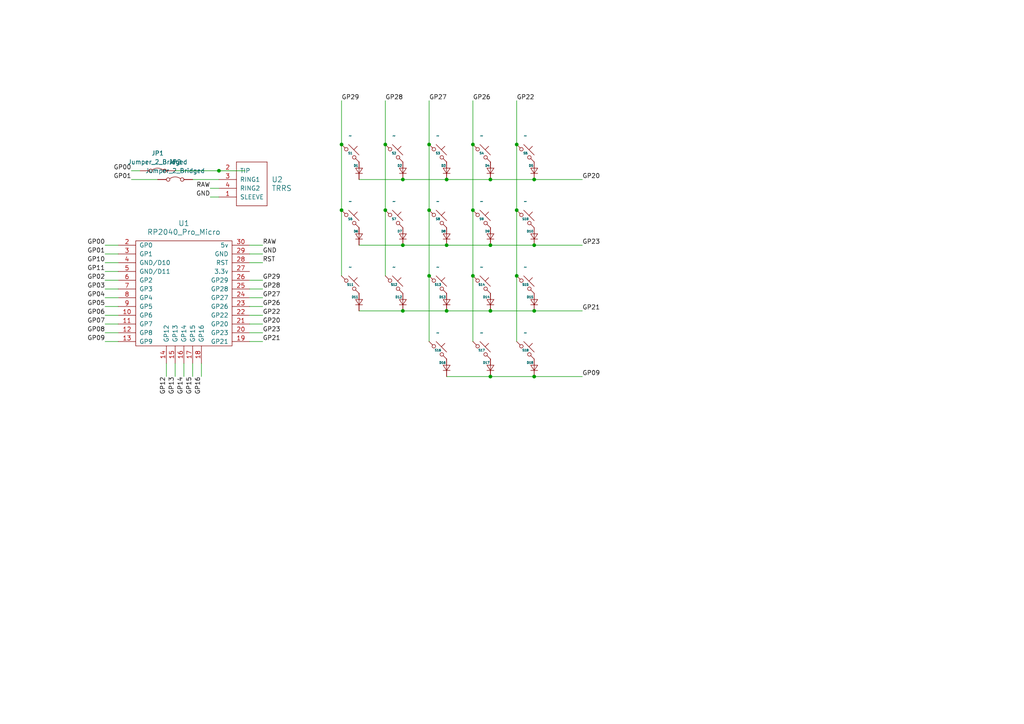
<source format=kicad_sch>
(kicad_sch (version 20250114) (generator "eeschema") (generator_version "9.0")
  (paper "A4")
  (lib_symbols
    (symbol "Jumper:Jumper_2_Bridged" (pin_numbers (hide yes)) (pin_names (offset 0) (hide yes))
      (property "Reference" "JP" (at 0 1.905 0))
      (property "Value" "Jumper_2_Bridged" (at 0 -2.54 0))
      (symbol "Jumper_2_Bridged_0_0"
        (circle (center -2.032 0) (radius 0.508))
        (circle (center 2.032 0) (radius 0.508))
      )
      (symbol "Jumper_2_Bridged_0_1"
        (arc (start -1.524 0.254) (mid 0 0.762) (end 1.524 0.254))
      )
      (symbol "Jumper_2_Bridged_1_1"
        (pin passive line (at -5.08 0 0) (length 2.54) (name "A") (number "1"))
        (pin passive line (at 5.08 0 180) (length 2.54) (name "B") (number "2"))
      )
    )
    (symbol "ScottoKeebs:MCU_RP2040_Pro_Micro" (pin_names (offset 1.016))
      (property "Reference" "U" (at 0 0 0))
      (property "Value" "RP2040_Pro_Micro" (at 0 -27.686 0))
      (symbol "MCU_RP2040_Pro_Micro_0_1"
        (rectangle (start -13.97 13.97) (end 13.97 -16.51))
      )
      (symbol "MCU_RP2040_Pro_Micro_1_1"
        (pin input line (at -19.05 12.7 0) (length 5.08) (name "GP0") (number "2"))
        (pin input line (at -19.05 10.16 0) (length 5.08) (name "GP1") (number "3"))
        (pin input line (at -19.05 7.62 0) (length 5.08) (name "GND/D10") (number "4"))
        (pin input line (at -19.05 5.08 0) (length 5.08) (name "GND/D11") (number "5"))
        (pin input line (at -19.05 2.54 0) (length 5.08) (name "GP2") (number "6"))
        (pin input line (at -19.05 0 0) (length 5.08) (name "GP3") (number "7"))
        (pin input line (at -19.05 -2.54 0) (length 5.08) (name "GP4") (number "8"))
        (pin input line (at -19.05 -5.08 0) (length 5.08) (name "GP5") (number "9"))
        (pin input line (at -19.05 -7.62 0) (length 5.08) (name "GP6") (number "10"))
        (pin input line (at -19.05 -10.16 0) (length 5.08) (name "GP7") (number "11"))
        (pin input line (at -19.05 -12.7 0) (length 5.08) (name "GP8") (number "12"))
        (pin input line (at -19.05 -15.24 0) (length 5.08) (name "GP9") (number "13"))
        (pin input line (at -5.08 -21.59 90) (length 5.08) (name "GP12") (number "14"))
        (pin input line (at -2.54 -21.59 90) (length 5.08) (name "GP13") (number "15"))
        (pin input line (at 0 -21.59 90) (length 5.08) (name "GP14") (number "16"))
        (pin input line (at 2.54 -21.59 90) (length 5.08) (name "GP15") (number "17"))
        (pin input line (at 5.08 -21.59 90) (length 5.08) (name "GP16") (number "18"))
        (pin input line (at 19.05 12.7 180) (length 5.08) (name "5v") (number "30"))
        (pin input line (at 19.05 10.16 180) (length 5.08) (name "GND") (number "29"))
        (pin input line (at 19.05 7.62 180) (length 5.08) (name "RST") (number "28"))
        (pin input line (at 19.05 5.08 180) (length 5.08) (name "3.3v") (number "27"))
        (pin input line (at 19.05 2.54 180) (length 5.08) (name "GP29") (number "26"))
        (pin input line (at 19.05 0 180) (length 5.08) (name "GP28") (number "25"))
        (pin input line (at 19.05 -2.54 180) (length 5.08) (name "GP27") (number "24"))
        (pin input line (at 19.05 -5.08 180) (length 5.08) (name "GP26") (number "23"))
        (pin input line (at 19.05 -7.62 180) (length 5.08) (name "GP22") (number "22"))
        (pin input line (at 19.05 -10.16 180) (length 5.08) (name "GP20") (number "21"))
        (pin input line (at 19.05 -12.7 180) (length 5.08) (name "GP23") (number "20"))
        (pin input line (at 19.05 -15.24 180) (length 5.08) (name "GP21") (number "19"))
      )
    )
    (symbol "ScottoKeebs:Placeholder_Diode" (pin_numbers (hide yes)) (pin_names (hide yes))
      (property "Reference" "D" (at -0.15 1.066 0))
      (symbol "Placeholder_Diode_0_1"
        (polyline (pts (xy 0 -0.762) (xy 0 0.762)))
      )
      (symbol "Placeholder_Diode_1_1"
        (polyline (pts (xy 1.016 0.762) (xy 0 -0.762) (xy -1.016 0.762) (xy 1.016 0.762)) (stroke (width 0.1524)))
        (polyline (pts (xy 1.016 -0.762) (xy -1.016 -0.762)) (stroke (width 0.1524)))
        (pin passive line (at 0 2.54 270) (length 1.778) (name "A") (number "2"))
        (pin passive line (at 0 -2.54 90) (length 1.778) (name "K") (number "1"))
      )
    )
    (symbol "ScottoKeebs:Placeholder_Keyswitch" (pin_numbers (hide yes)) (pin_names (offset 1.016) (hide yes))
      (property "Reference" "S" (at 0 0 0))
      (symbol "Placeholder_Keyswitch_0_1"
        (polyline (pts (xy -2.54 2.54) (xy -1.524 1.524) (xy -1.524 1.524)))
        (circle (center -1.1684 1.1684) (radius 0.508))
        (polyline (pts (xy -0.508 2.54) (xy 2.54 -0.508)))
        (polyline (pts (xy 1.016 1.016) (xy 2.032 2.032)))
        (circle (center 1.143 -1.1938) (radius 0.508))
        (polyline (pts (xy 1.524 -1.524) (xy 2.54 -2.54) (xy 2.54 -2.54) (xy 2.54 -2.54)))
        (pin passive line (at -2.54 2.54 0) (length 0) (name "1") (number "1"))
        (pin passive line (at 2.54 -2.54 180) (length 0) (name "2") (number "2"))
      )
    )
    (symbol "ScottoKeebs:Placeholder_TRRS" (pin_names (offset 1.016))
      (property "Reference" "U" (at 0 15.24 0))
      (property "Value" "TRRS" (at 0 -2.54 0))
      (symbol "Placeholder_TRRS_0_1"
        (rectangle (start -3.81 12.7) (end 5.08 12.7))
        (rectangle (start -3.81 0) (end -3.81 12.7))
        (rectangle (start -3.81 0) (end 5.08 0))
        (rectangle (start 5.08 12.7) (end 5.08 0))
      )
      (symbol "Placeholder_TRRS_1_1"
        (pin input line (at -8.89 10.16 0) (length 5.08) (name "TIP") (number "2"))
        (pin input line (at -8.89 7.62 0) (length 5.08) (name "RING1") (number "3"))
        (pin input line (at -8.89 5.08 0) (length 5.08) (name "RING2") (number "4"))
        (pin input line (at -8.89 2.54 0) (length 5.08) (name "SLEEVE") (number "1"))
      )
    )
  )
  (junction (at 137.16 60.96))
  (junction (at 116.84 52.07))
  (junction (at 116.84 71.12))
  (junction (at 99.06 41.91))
  (junction (at 142.24 71.12))
  (junction (at 124.46 41.91))
  (junction (at 142.24 109.22))
  (junction (at 137.16 80.01))
  (junction (at 142.24 52.07))
  (junction (at 116.84 90.17))
  (junction (at 129.54 71.12))
  (junction (at 129.54 90.17))
  (junction (at 129.54 52.07))
  (junction (at 63.5 49.53))
  (junction (at 149.86 41.91))
  (junction (at 154.94 109.22))
  (junction (at 99.06 60.96))
  (junction (at 154.94 71.12))
  (junction (at 142.24 90.17))
  (junction (at 124.46 80.01))
  (junction (at 149.86 60.96))
  (junction (at 111.76 60.96))
  (junction (at 124.46 60.96))
  (junction (at 137.16 41.91))
  (junction (at 154.94 52.07))
  (junction (at 149.86 80.01))
  (junction (at 154.94 90.17))
  (junction (at 111.76 41.91))
  (wire (pts (xy 72.39 86.36) (xy 76.2 86.36)))
  (wire (pts (xy 154.94 90.17) (xy 168.91 90.17)))
  (wire (pts (xy 124.46 29.21) (xy 124.46 41.91)))
  (wire (pts (xy 137.16 60.96) (xy 137.16 80.01)))
  (wire (pts (xy 129.54 90.17) (xy 142.24 90.17)))
  (wire (pts (xy 129.54 52.07) (xy 142.24 52.07)))
  (wire (pts (xy 124.46 41.91) (xy 124.46 60.96)))
  (wire (pts (xy 104.14 71.12) (xy 116.84 71.12)))
  (wire (pts (xy 34.29 91.44) (xy 30.48 91.44)))
  (wire (pts (xy 129.54 71.12) (xy 142.24 71.12)))
  (wire (pts (xy 34.29 88.9) (xy 30.48 88.9)))
  (wire (pts (xy 137.16 41.91) (xy 137.16 60.96)))
  (wire (pts (xy 34.29 76.2) (xy 30.48 76.2)))
  (wire (pts (xy 72.39 81.28) (xy 76.2 81.28)))
  (wire (pts (xy 137.16 80.01) (xy 137.16 99.06)))
  (wire (pts (xy 124.46 80.01) (xy 124.46 99.06)))
  (wire (pts (xy 34.29 86.36) (xy 30.48 86.36)))
  (wire (pts (xy 149.86 29.21) (xy 149.86 41.91)))
  (wire (pts (xy 142.24 109.22) (xy 154.94 109.22)))
  (wire (pts (xy 53.34 105.41) (xy 53.34 109.22)))
  (wire (pts (xy 63.5 49.53) (xy 71.12 49.53)))
  (wire (pts (xy 137.16 29.21) (xy 137.16 41.91)))
  (wire (pts (xy 38.1 49.53) (xy 40.64 49.53)))
  (wire (pts (xy 72.39 96.52) (xy 76.2 96.52)))
  (wire (pts (xy 34.29 83.82) (xy 30.48 83.82)))
  (wire (pts (xy 124.46 60.96) (xy 124.46 80.01)))
  (wire (pts (xy 129.54 109.22) (xy 142.24 109.22)))
  (wire (pts (xy 142.24 90.17) (xy 154.94 90.17)))
  (wire (pts (xy 76.2 71.12) (xy 72.39 71.12)))
  (wire (pts (xy 72.39 91.44) (xy 76.2 91.44)))
  (wire (pts (xy 149.86 60.96) (xy 149.86 80.01)))
  (wire (pts (xy 149.86 80.01) (xy 149.86 99.06)))
  (wire (pts (xy 50.8 105.41) (xy 50.8 109.22)))
  (wire (pts (xy 72.39 76.2) (xy 76.2 76.2)))
  (wire (pts (xy 34.29 99.06) (xy 30.48 99.06)))
  (wire (pts (xy 142.24 52.07) (xy 154.94 52.07)))
  (wire (pts (xy 55.88 105.41) (xy 55.88 109.22)))
  (wire (pts (xy 60.96 57.15) (xy 63.5 57.15)))
  (wire (pts (xy 149.86 41.91) (xy 149.86 60.96)))
  (wire (pts (xy 58.42 105.41) (xy 58.42 109.22)))
  (wire (pts (xy 154.94 109.22) (xy 168.91 109.22)))
  (wire (pts (xy 34.29 96.52) (xy 30.48 96.52)))
  (wire (pts (xy 34.29 71.12) (xy 30.48 71.12)))
  (wire (pts (xy 99.06 29.21) (xy 99.06 41.91)))
  (wire (pts (xy 34.29 93.98) (xy 30.48 93.98)))
  (wire (pts (xy 116.84 71.12) (xy 129.54 71.12)))
  (wire (pts (xy 142.24 71.12) (xy 154.94 71.12)))
  (wire (pts (xy 111.76 60.96) (xy 111.76 80.01)))
  (wire (pts (xy 34.29 73.66) (xy 30.48 73.66)))
  (wire (pts (xy 104.14 90.17) (xy 116.84 90.17)))
  (wire (pts (xy 116.84 52.07) (xy 129.54 52.07)))
  (wire (pts (xy 34.29 78.74) (xy 30.48 78.74)))
  (wire (pts (xy 72.39 99.06) (xy 76.2 99.06)))
  (wire (pts (xy 38.1 52.07) (xy 45.72 52.07)))
  (wire (pts (xy 111.76 41.91) (xy 111.76 60.96)))
  (wire (pts (xy 99.06 60.96) (xy 99.06 80.01)))
  (wire (pts (xy 154.94 52.07) (xy 168.91 52.07)))
  (wire (pts (xy 72.39 83.82) (xy 76.2 83.82)))
  (wire (pts (xy 116.84 90.17) (xy 129.54 90.17)))
  (wire (pts (xy 55.88 52.07) (xy 63.5 52.07)))
  (wire (pts (xy 104.14 52.07) (xy 116.84 52.07)))
  (wire (pts (xy 111.76 29.21) (xy 111.76 41.91)))
  (wire (pts (xy 48.26 105.41) (xy 48.26 109.22)))
  (wire (pts (xy 60.96 54.61) (xy 63.5 54.61)))
  (wire (pts (xy 72.39 88.9) (xy 76.2 88.9)))
  (wire (pts (xy 154.94 71.12) (xy 168.91 71.12)))
  (wire (pts (xy 50.8 49.53) (xy 63.5 49.53)))
  (wire (pts (xy 99.06 41.91) (xy 99.06 60.96)))
  (wire (pts (xy 72.39 73.66) (xy 76.2 73.66)))
  (wire (pts (xy 34.29 81.28) (xy 30.48 81.28)))
  (wire (pts (xy 72.39 93.98) (xy 76.2 93.98)))
  (label "GP14" (at 53.34 109.22 270))
  (label "GND" (at 76.2 73.66 0))
  (label "GP20" (at 76.2 93.98 0))
  (label "RAW" (at 76.2 71.12 0))
  (label "GP28" (at 111.76 29.21 0))
  (label "GP26" (at 76.2 88.9 0))
  (label "GP13" (at 50.8 109.22 270))
  (label "GP29" (at 76.2 81.28 0))
  (label "GP03" (at 30.48 83.82 180))
  (label "GP21" (at 76.2 99.06 0))
  (label "GP10" (at 30.48 76.2 180))
  (label "GP09" (at 30.48 99.06 180))
  (label "GND" (at 60.96 57.15 180))
  (label "GP05" (at 30.48 88.9 180))
  (label "RST" (at 76.2 76.2 0))
  (label "GP07" (at 30.48 93.98 180))
  (label "GP09" (at 168.91 109.22 0))
  (label "GP15" (at 55.88 109.22 270))
  (label "GP27" (at 124.46 29.21 0))
  (label "GP21" (at 168.91 90.17 0))
  (label "GP26" (at 137.16 29.21 0))
  (label "GP00" (at 38.1 49.53 180))
  (label "GP01" (at 30.48 73.66 180))
  (label "GP11" (at 30.48 78.74 180))
  (label "GP27" (at 76.2 86.36 0))
  (label "GP12" (at 48.26 109.22 270))
  (label "GP20" (at 168.91 52.07 0))
  (label "GP08" (at 30.48 96.52 180))
  (label "GP23" (at 168.91 71.12 0))
  (label "RAW" (at 60.96 54.61 180))
  (label "GP00" (at 30.48 71.12 180))
  (label "GP02" (at 30.48 81.28 180))
  (label "GP29" (at 99.06 29.21 0))
  (label "GP06" (at 30.48 91.44 180))
  (label "GP23" (at 76.2 96.52 0))
  (label "GP22" (at 149.86 29.21 0))
  (label "GP16" (at 58.42 109.22 270))
  (label "GP28" (at 76.2 83.82 0))
  (label "GP04" (at 30.48 86.36 180))
  (label "GP22" (at 76.2 91.44 0))
  (label "GP01" (at 38.1 52.07 180))
  (symbol (lib_id "Jumper:Jumper_2_Bridged") (at 50.8 52.07 0) (unit 1)
    (property "Reference" "JP2" (at 50.8 46.99 0))
    (property "Value" "Jumper_2_Bridged" (at 50.8 49.53 0))
    (property "Footprint" "Jumper:SolderJumper-2_P1.3mm_Bridged_Pad1.0x1.5mm" (effects (hide yes)))
    (property "Description" "Jumper, 2-pole, closed/bridged" (effects (hide yes)))
  )
  (symbol (lib_id "ScottoKeebs:Placeholder_Diode") (at 116.84 49.53 0) (unit 1)
    (property "Reference" "D2" (at 116.69 48.464 0) (effects (font (size 0.635 0.635) (thickness 0.127) (bold yes)) (justify right bottom)))
    (property "Footprint" "ScottoKeebs_Components:Diode_DO-35" (effects (hide yes)))
  )
  (symbol (lib_id "ScottoKeebs:Placeholder_Keyswitch") (at 127 44.45 0) (unit 1)
    (property "Reference" "S3" (at 127 44.45 0) (effects (font (size 0.635 0.635) (thickness 0.127) (bold yes))))
    (property "Value" "~" (at 127 39.37 0))
    (property "Footprint" "ScottoKeebs_Scotto:Choc_Hotswap_1.00u" (effects (hide yes)))
  )
  (symbol (lib_id "ScottoKeebs:Placeholder_Keyswitch") (at 127 82.55 0) (unit 1)
    (property "Reference" "S13" (at 127 82.55 0) (effects (font (size 0.635 0.635) (thickness 0.127) (bold yes))))
    (property "Value" "~" (at 127 77.47 0))
    (property "Footprint" "ScottoKeebs_Scotto:Choc_Hotswap_1.00u" (effects (hide yes)))
  )
  (symbol (lib_id "ScottoKeebs:Placeholder_Keyswitch") (at 139.7 101.6 0) (unit 1)
    (property "Reference" "S17" (at 139.7 101.6 0) (effects (font (size 0.635 0.635) (thickness 0.127) (bold yes))))
    (property "Value" "~" (at 139.7 96.52 0))
    (property "Footprint" "ScottoKeebs_Scotto:Choc_Hotswap_1.00u" (effects (hide yes)))
  )
  (symbol (lib_id "ScottoKeebs:Placeholder_Diode") (at 142.24 87.63 0) (unit 1)
    (property "Reference" "D14" (at 142.09 86.564 0) (effects (font (size 0.635 0.635) (thickness 0.127) (bold yes)) (justify right bottom)))
    (property "Footprint" "ScottoKeebs_Components:Diode_DO-35" (effects (hide yes)))
  )
  (symbol (lib_id "ScottoKeebs:Placeholder_Diode") (at 129.54 106.68 0) (unit 1)
    (property "Reference" "D16" (at 129.39 105.614 0) (effects (font (size 0.635 0.635) (thickness 0.127) (bold yes)) (justify right bottom)))
    (property "Footprint" "ScottoKeebs_Components:Diode_DO-35" (effects (hide yes)))
  )
  (symbol (lib_id "ScottoKeebs:Placeholder_Diode") (at 104.14 68.58 0) (unit 1)
    (property "Reference" "D6" (at 103.99 67.514 0) (effects (font (size 0.635 0.635) (thickness 0.127) (bold yes)) (justify right bottom)))
    (property "Footprint" "ScottoKeebs_Components:Diode_DO-35" (effects (hide yes)))
  )
  (symbol (lib_id "ScottoKeebs:Placeholder_Keyswitch") (at 114.3 63.5 0) (unit 1)
    (property "Reference" "S7" (at 114.3 63.5 0) (effects (font (size 0.635 0.635) (thickness 0.127) (bold yes))))
    (property "Value" "~" (at 114.3 58.42 0))
    (property "Footprint" "ScottoKeebs_Scotto:Choc_Hotswap_1.00u" (effects (hide yes)))
  )
  (symbol (lib_id "ScottoKeebs:MCU_RP2040_Pro_Micro") (at 53.34 83.82 0) (unit 1)
    (property "Reference" "U1" (at 53.34 64.77 0) (effects (font (size 1.524 1.524))))
    (property "Value" "RP2040_Pro_Micro" (at 53.34 67.31 0) (effects (font (size 1.524 1.524))))
    (property "Footprint" "ScottoKeebs_MCU:RP2040_Pro_Micro" (effects (hide yes)))
  )
  (symbol (lib_id "ScottoKeebs:Placeholder_Diode") (at 154.94 49.53 0) (unit 1)
    (property "Reference" "D5" (at 154.79 48.464 0) (effects (font (size 0.635 0.635) (thickness 0.127) (bold yes)) (justify right bottom)))
    (property "Footprint" "ScottoKeebs_Components:Diode_DO-35" (effects (hide yes)))
  )
  (symbol (lib_id "ScottoKeebs:Placeholder_Diode") (at 142.24 49.53 0) (unit 1)
    (property "Reference" "D4" (at 142.09 48.464 0) (effects (font (size 0.635 0.635) (thickness 0.127) (bold yes)) (justify right bottom)))
    (property "Footprint" "ScottoKeebs_Components:Diode_DO-35" (effects (hide yes)))
  )
  (symbol (lib_id "ScottoKeebs:Placeholder_Keyswitch") (at 101.6 63.5 0) (unit 1)
    (property "Reference" "S6" (at 101.6 63.5 0) (effects (font (size 0.635 0.635) (thickness 0.127) (bold yes))))
    (property "Value" "~" (at 101.6 58.42 0))
    (property "Footprint" "ScottoKeebs_Scotto:Choc_Hotswap_1.00u" (effects (hide yes)))
  )
  (symbol (lib_id "ScottoKeebs:Placeholder_Keyswitch") (at 114.3 82.55 0) (unit 1)
    (property "Reference" "S12" (at 114.3 82.55 0) (effects (font (size 0.635 0.635) (thickness 0.127) (bold yes))))
    (property "Value" "~" (at 114.3 77.47 0))
    (property "Footprint" "ScottoKeebs_Scotto:Choc_Hotswap_1.00u" (effects (hide yes)))
  )
  (symbol (lib_id "ScottoKeebs:Placeholder_Diode") (at 129.54 87.63 0) (unit 1)
    (property "Reference" "D13" (at 129.39 86.564 0) (effects (font (size 0.635 0.635) (thickness 0.127) (bold yes)) (justify right bottom)))
    (property "Footprint" "ScottoKeebs_Components:Diode_DO-35" (effects (hide yes)))
  )
  (symbol (lib_id "Jumper:Jumper_2_Bridged") (at 45.72 49.53 0) (unit 1)
    (property "Reference" "JP1" (at 45.72 44.45 0))
    (property "Value" "Jumper_2_Bridged" (at 45.72 46.99 0))
    (property "Footprint" "Jumper:SolderJumper-2_P1.3mm_Bridged_Pad1.0x1.5mm" (effects (hide yes)))
    (property "Description" "Jumper, 2-pole, closed/bridged" (effects (hide yes)))
  )
  (symbol (lib_id "ScottoKeebs:Placeholder_Keyswitch") (at 139.7 44.45 0) (unit 1)
    (property "Reference" "S4" (at 139.7 44.45 0) (effects (font (size 0.635 0.635) (thickness 0.127) (bold yes))))
    (property "Value" "~" (at 139.7 39.37 0))
    (property "Footprint" "ScottoKeebs_Scotto:Choc_Hotswap_1.00u" (effects (hide yes)))
  )
  (symbol (lib_id "ScottoKeebs:Placeholder_Keyswitch") (at 114.3 44.45 0) (unit 1)
    (property "Reference" "S2" (at 114.3 44.45 0) (effects (font (size 0.635 0.635) (thickness 0.127) (bold yes))))
    (property "Value" "~" (at 114.3 39.37 0))
    (property "Footprint" "ScottoKeebs_Scotto:Choc_Hotswap_1.00u" (effects (hide yes)))
  )
  (symbol (lib_id "ScottoKeebs:Placeholder_Diode") (at 116.84 87.63 0) (unit 1)
    (property "Reference" "D12" (at 116.69 86.564 0) (effects (font (size 0.635 0.635) (thickness 0.127) (bold yes)) (justify right bottom)))
    (property "Footprint" "ScottoKeebs_Components:Diode_DO-35" (effects (hide yes)))
  )
  (symbol (lib_id "ScottoKeebs:Placeholder_Diode") (at 129.54 49.53 0) (unit 1)
    (property "Reference" "D3" (at 129.39 48.464 0) (effects (font (size 0.635 0.635) (thickness 0.127) (bold yes)) (justify right bottom)))
    (property "Footprint" "ScottoKeebs_Components:Diode_DO-35" (effects (hide yes)))
  )
  (symbol (lib_id "ScottoKeebs:Placeholder_Keyswitch") (at 127 63.5 0) (unit 1)
    (property "Reference" "S8" (at 127 63.5 0) (effects (font (size 0.635 0.635) (thickness 0.127) (bold yes))))
    (property "Value" "~" (at 127 58.42 0))
    (property "Footprint" "ScottoKeebs_Scotto:Choc_Hotswap_1.00u" (effects (hide yes)))
  )
  (symbol (lib_id "ScottoKeebs:Placeholder_Diode") (at 154.94 87.63 0) (unit 1)
    (property "Reference" "D15" (at 154.79 86.564 0) (effects (font (size 0.635 0.635) (thickness 0.127) (bold yes)) (justify right bottom)))
    (property "Footprint" "ScottoKeebs_Components:Diode_DO-35" (effects (hide yes)))
  )
  (symbol (lib_id "ScottoKeebs:Placeholder_Diode") (at 154.94 106.68 0) (unit 1)
    (property "Reference" "D18" (at 154.79 105.614 0) (effects (font (size 0.635 0.635) (thickness 0.127) (bold yes)) (justify right bottom)))
    (property "Footprint" "ScottoKeebs_Components:Diode_DO-35" (effects (hide yes)))
  )
  (symbol (lib_id "ScottoKeebs:Placeholder_Diode") (at 116.84 68.58 0) (unit 1)
    (property "Reference" "D7" (at 116.69 67.514 0) (effects (font (size 0.635 0.635) (thickness 0.127) (bold yes)) (justify right bottom)))
    (property "Footprint" "ScottoKeebs_Components:Diode_DO-35" (effects (hide yes)))
  )
  (symbol (lib_id "ScottoKeebs:Placeholder_Diode") (at 129.54 68.58 0) (unit 1)
    (property "Reference" "D8" (at 129.39 67.514 0) (effects (font (size 0.635 0.635) (thickness 0.127) (bold yes)) (justify right bottom)))
    (property "Footprint" "ScottoKeebs_Components:Diode_DO-35" (effects (hide yes)))
  )
  (symbol (lib_id "ScottoKeebs:Placeholder_Keyswitch") (at 152.4 63.5 0) (unit 1)
    (property "Reference" "S10" (at 152.4 63.5 0) (effects (font (size 0.635 0.635) (thickness 0.127) (bold yes))))
    (property "Value" "~" (at 152.4 58.42 0))
    (property "Footprint" "ScottoKeebs_Scotto:Choc_Hotswap_1.00u" (effects (hide yes)))
  )
  (symbol (lib_id "ScottoKeebs:Placeholder_Keyswitch") (at 152.4 101.6 0) (unit 1)
    (property "Reference" "S18" (at 152.4 101.6 0) (effects (font (size 0.635 0.635) (thickness 0.127) (bold yes))))
    (property "Value" "~" (at 152.4 96.52 0))
    (property "Footprint" "ScottoKeebs_Scotto:Choc_Hotswap_1.00u" (effects (hide yes)))
  )
  (symbol (lib_id "ScottoKeebs:Placeholder_Diode") (at 104.14 87.63 0) (unit 1)
    (property "Reference" "D11" (at 103.99 86.564 0) (effects (font (size 0.635 0.635) (thickness 0.127) (bold yes)) (justify right bottom)))
    (property "Footprint" "ScottoKeebs_Components:Diode_DO-35" (effects (hide yes)))
  )
  (symbol (lib_id "ScottoKeebs:Placeholder_Keyswitch") (at 101.6 44.45 0) (unit 1)
    (property "Reference" "S1" (at 101.6 44.45 0) (effects (font (size 0.635 0.635) (thickness 0.127) (bold yes))))
    (property "Value" "~" (at 101.6 39.37 0))
    (property "Footprint" "ScottoKeebs_Scotto:Choc_Hotswap_1.00u" (effects (hide yes)))
  )
  (symbol (lib_id "ScottoKeebs:Placeholder_Keyswitch") (at 127 101.6 0) (unit 1)
    (property "Reference" "S16" (at 127 101.6 0) (effects (font (size 0.635 0.635) (thickness 0.127) (bold yes))))
    (property "Value" "~" (at 127 96.52 0))
    (property "Footprint" "ScottoKeebs_Scotto:Choc_Hotswap_1.00u" (effects (hide yes)))
  )
  (symbol (lib_id "ScottoKeebs:Placeholder_Keyswitch") (at 101.6 82.55 0) (unit 1)
    (property "Reference" "S11" (at 101.6 82.55 0) (effects (font (size 0.635 0.635) (thickness 0.127) (bold yes))))
    (property "Value" "~" (at 101.6 77.47 0))
    (property "Footprint" "ScottoKeebs_Scotto:Choc_Hotswap_1.00u" (effects (hide yes)))
  )
  (symbol (lib_id "ScottoKeebs:Placeholder_Keyswitch") (at 152.4 82.55 0) (unit 1)
    (property "Reference" "S15" (at 152.4 82.55 0) (effects (font (size 0.635 0.635) (thickness 0.127) (bold yes))))
    (property "Value" "~" (at 152.4 77.47 0))
    (property "Footprint" "ScottoKeebs_Scotto:Choc_Hotswap_1.00u" (effects (hide yes)))
  )
  (symbol (lib_id "ScottoKeebs:Placeholder_Keyswitch") (at 139.7 82.55 0) (unit 1)
    (property "Reference" "S14" (at 139.7 82.55 0) (effects (font (size 0.635 0.635) (thickness 0.127) (bold yes))))
    (property "Value" "~" (at 139.7 77.47 0))
    (property "Footprint" "ScottoKeebs_Scotto:Choc_Hotswap_1.00u" (effects (hide yes)))
  )
  (symbol (lib_id "ScottoKeebs:Placeholder_TRRS") (at 72.39 59.69 0) (unit 1)
    (property "Reference" "U2" (at 78.74 52.0699 0) (effects (font (size 1.524 1.524)) (justify left)))
    (property "Value" "TRRS" (at 78.74 54.6099 0) (effects (font (size 1.524 1.524)) (justify left)))
    (property "Footprint" "ScottoKeebs_Components:TRRS_PJ-320A" (effects (hide yes)))
  )
  (symbol (lib_id "ScottoKeebs:Placeholder_Diode") (at 154.94 68.58 0) (unit 1)
    (property "Reference" "D10" (at 154.79 67.514 0) (effects (font (size 0.635 0.635) (thickness 0.127) (bold yes)) (justify right bottom)))
    (property "Footprint" "ScottoKeebs_Components:Diode_DO-35" (effects (hide yes)))
  )
  (symbol (lib_id "ScottoKeebs:Placeholder_Diode") (at 142.24 106.68 0) (unit 1)
    (property "Reference" "D17" (at 142.09 105.614 0) (effects (font (size 0.635 0.635) (thickness 0.127) (bold yes)) (justify right bottom)))
    (property "Footprint" "ScottoKeebs_Components:Diode_DO-35" (effects (hide yes)))
  )
  (symbol (lib_id "ScottoKeebs:Placeholder_Keyswitch") (at 139.7 63.5 0) (unit 1)
    (property "Reference" "S9" (at 139.7 63.5 0) (effects (font (size 0.635 0.635) (thickness 0.127) (bold yes))))
    (property "Value" "~" (at 139.7 58.42 0))
    (property "Footprint" "ScottoKeebs_Scotto:Choc_Hotswap_1.00u" (effects (hide yes)))
  )
  (symbol (lib_id "ScottoKeebs:Placeholder_Diode") (at 104.14 49.53 0) (unit 1)
    (property "Reference" "D1" (at 103.99 48.464 0) (effects (font (size 0.635 0.635) (thickness 0.127) (bold yes)) (justify right bottom)))
    (property "Footprint" "ScottoKeebs_Components:Diode_DO-35" (effects (hide yes)))
  )
  (symbol (lib_id "ScottoKeebs:Placeholder_Keyswitch") (at 152.4 44.45 0) (unit 1)
    (property "Reference" "S5" (at 152.4 44.45 0) (effects (font (size 0.635 0.635) (thickness 0.127) (bold yes))))
    (property "Value" "~" (at 152.4 39.37 0))
    (property "Footprint" "ScottoKeebs_Scotto:Choc_Hotswap_1.00u" (effects (hide yes)))
  )
  (symbol (lib_id "ScottoKeebs:Placeholder_Diode") (at 142.24 68.58 0) (unit 1)
    (property "Reference" "D9" (at 142.09 67.514 0) (effects (font (size 0.635 0.635) (thickness 0.127) (bold yes)) (justify right bottom)))
    (property "Footprint" "ScottoKeebs_Components:Diode_DO-35" (effects (hide yes)))
  )
)
</source>
